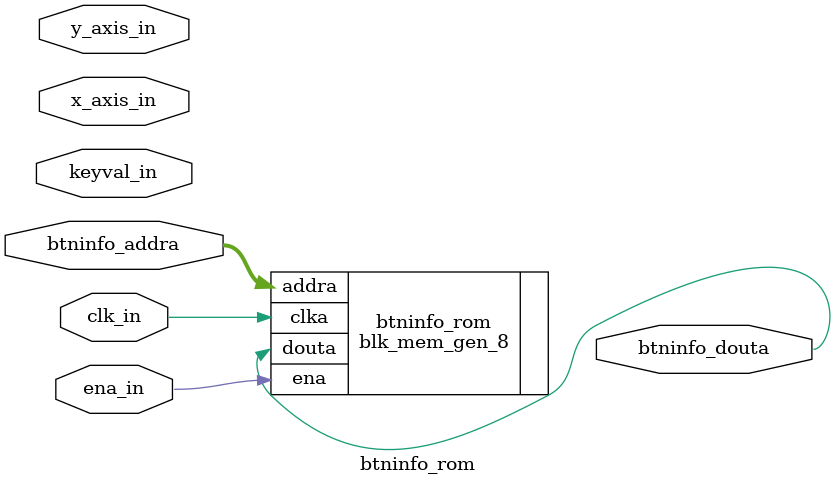
<source format=v>
`timescale 1ns / 1ps


module btninfo_rom(
    input clk_in,
    input ena_in,
    input [13:0] btninfo_addra,
    input [15:0] keyval_in,
    input [6:0] x_axis_in,
    input [6:0] y_axis_in,
    output btninfo_douta
    );

    blk_mem_gen_8 btninfo_rom(
              .clka(clk_in),
              .ena(ena_in),
              .addra(btninfo_addra),
              .douta(btninfo_douta)
            );
endmodule

</source>
